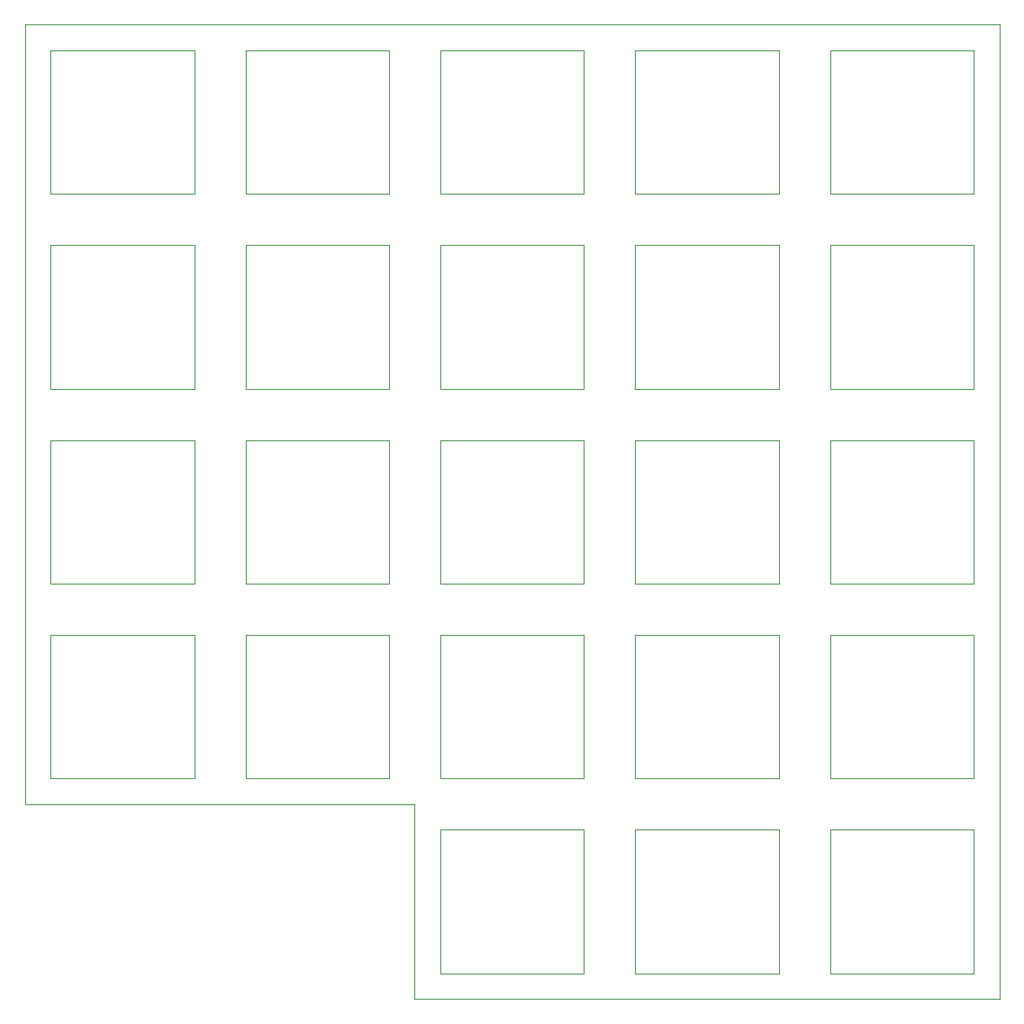
<source format=gm1>
G04 #@! TF.FileFunction,Profile,NP*
%FSLAX46Y46*%
G04 Gerber Fmt 4.6, Leading zero omitted, Abs format (unit mm)*
G04 Created by KiCad (PCBNEW 4.0.7) date 2017 December 11, Monday 10:28:10*
%MOMM*%
%LPD*%
G01*
G04 APERTURE LIST*
%ADD10C,0.100000*%
G04 APERTURE END LIST*
D10*
X120000000Y-123000000D02*
X134000000Y-123000000D01*
X134000000Y-123000000D02*
X134000000Y-137000000D01*
X134000000Y-137000000D02*
X120000000Y-137000000D01*
X120000000Y-137000000D02*
X120000000Y-123000000D01*
X139000000Y-123000000D02*
X153000000Y-123000000D01*
X153000000Y-123000000D02*
X153000000Y-137000000D01*
X153000000Y-137000000D02*
X139000000Y-137000000D01*
X139000000Y-137000000D02*
X139000000Y-123000000D01*
X158000000Y-123000000D02*
X172000000Y-123000000D01*
X172000000Y-123000000D02*
X172000000Y-137000000D01*
X172000000Y-137000000D02*
X158000000Y-137000000D01*
X158000000Y-137000000D02*
X158000000Y-123000000D01*
X82000000Y-85000000D02*
X96000000Y-85000000D01*
X96000000Y-85000000D02*
X96000000Y-99000000D01*
X96000000Y-99000000D02*
X82000000Y-99000000D01*
X82000000Y-99000000D02*
X82000000Y-85000000D01*
X101000000Y-85000000D02*
X115000000Y-85000000D01*
X115000000Y-85000000D02*
X115000000Y-99000000D01*
X115000000Y-99000000D02*
X101000000Y-99000000D01*
X101000000Y-99000000D02*
X101000000Y-85000000D01*
X120000000Y-85000000D02*
X134000000Y-85000000D01*
X134000000Y-85000000D02*
X134000000Y-99000000D01*
X134000000Y-99000000D02*
X120000000Y-99000000D01*
X120000000Y-99000000D02*
X120000000Y-85000000D01*
X139000000Y-85000000D02*
X153000000Y-85000000D01*
X153000000Y-85000000D02*
X153000000Y-99000000D01*
X153000000Y-99000000D02*
X139000000Y-99000000D01*
X139000000Y-99000000D02*
X139000000Y-85000000D01*
X158000000Y-85000000D02*
X172000000Y-85000000D01*
X172000000Y-85000000D02*
X172000000Y-99000000D01*
X172000000Y-99000000D02*
X158000000Y-99000000D01*
X158000000Y-99000000D02*
X158000000Y-85000000D01*
X158000000Y-118000000D02*
X158000000Y-104000000D01*
X172000000Y-118000000D02*
X158000000Y-118000000D01*
X172000000Y-104000000D02*
X172000000Y-118000000D01*
X158000000Y-104000000D02*
X172000000Y-104000000D01*
X139000000Y-118000000D02*
X139000000Y-104000000D01*
X153000000Y-118000000D02*
X139000000Y-118000000D01*
X153000000Y-104000000D02*
X153000000Y-118000000D01*
X139000000Y-104000000D02*
X153000000Y-104000000D01*
X120000000Y-118000000D02*
X120000000Y-104000000D01*
X134000000Y-118000000D02*
X120000000Y-118000000D01*
X134000000Y-104000000D02*
X134000000Y-118000000D01*
X120000000Y-104000000D02*
X134000000Y-104000000D01*
X101000000Y-118000000D02*
X101000000Y-104000000D01*
X115000000Y-118000000D02*
X101000000Y-118000000D01*
X115000000Y-104000000D02*
X115000000Y-118000000D01*
X101000000Y-104000000D02*
X115000000Y-104000000D01*
X82000000Y-118000000D02*
X82000000Y-104000000D01*
X96000000Y-118000000D02*
X82000000Y-118000000D01*
X96000000Y-104000000D02*
X96000000Y-118000000D01*
X82000000Y-104000000D02*
X96000000Y-104000000D01*
X82000000Y-66000000D02*
X96000000Y-66000000D01*
X96000000Y-66000000D02*
X96000000Y-80000000D01*
X96000000Y-80000000D02*
X82000000Y-80000000D01*
X82000000Y-80000000D02*
X82000000Y-66000000D01*
X101000000Y-66000000D02*
X115000000Y-66000000D01*
X115000000Y-66000000D02*
X115000000Y-80000000D01*
X115000000Y-80000000D02*
X101000000Y-80000000D01*
X101000000Y-80000000D02*
X101000000Y-66000000D01*
X120000000Y-66000000D02*
X134000000Y-66000000D01*
X134000000Y-66000000D02*
X134000000Y-80000000D01*
X134000000Y-80000000D02*
X120000000Y-80000000D01*
X120000000Y-80000000D02*
X120000000Y-66000000D01*
X139000000Y-66000000D02*
X153000000Y-66000000D01*
X153000000Y-66000000D02*
X153000000Y-80000000D01*
X153000000Y-80000000D02*
X139000000Y-80000000D01*
X139000000Y-80000000D02*
X139000000Y-66000000D01*
X158000000Y-66000000D02*
X172000000Y-66000000D01*
X172000000Y-66000000D02*
X172000000Y-80000000D01*
X172000000Y-80000000D02*
X158000000Y-80000000D01*
X158000000Y-80000000D02*
X158000000Y-66000000D01*
X158000000Y-61000000D02*
X158000000Y-47000000D01*
X172000000Y-61000000D02*
X158000000Y-61000000D01*
X172000000Y-47000000D02*
X172000000Y-61000000D01*
X158000000Y-47000000D02*
X172000000Y-47000000D01*
X139000000Y-61000000D02*
X139000000Y-47000000D01*
X153000000Y-61000000D02*
X139000000Y-61000000D01*
X153000000Y-47000000D02*
X153000000Y-61000000D01*
X139000000Y-47000000D02*
X153000000Y-47000000D01*
X120000000Y-61000000D02*
X120000000Y-47000000D01*
X134000000Y-61000000D02*
X120000000Y-61000000D01*
X134000000Y-47000000D02*
X134000000Y-61000000D01*
X120000000Y-47000000D02*
X134000000Y-47000000D01*
X101000000Y-61000000D02*
X101000000Y-47000000D01*
X115000000Y-61000000D02*
X101000000Y-61000000D01*
X115000000Y-47000000D02*
X115000000Y-61000000D01*
X101000000Y-47000000D02*
X115000000Y-47000000D01*
X82000000Y-61000000D02*
X82000000Y-47000000D01*
X96000000Y-61000000D02*
X82000000Y-61000000D01*
X96000000Y-47000000D02*
X96000000Y-61000000D01*
X82000000Y-47000000D02*
X96000000Y-47000000D01*
X117500000Y-120500000D02*
X117500000Y-139500000D01*
X79500000Y-120500000D02*
X117500000Y-120500000D01*
X117500000Y-139500000D02*
X174500000Y-139500000D01*
X174500000Y-44500000D02*
X174500000Y-139500000D01*
X79500000Y-44500000D02*
X79500000Y-120500000D01*
X79500000Y-44500000D02*
X174500000Y-44500000D01*
M02*

</source>
